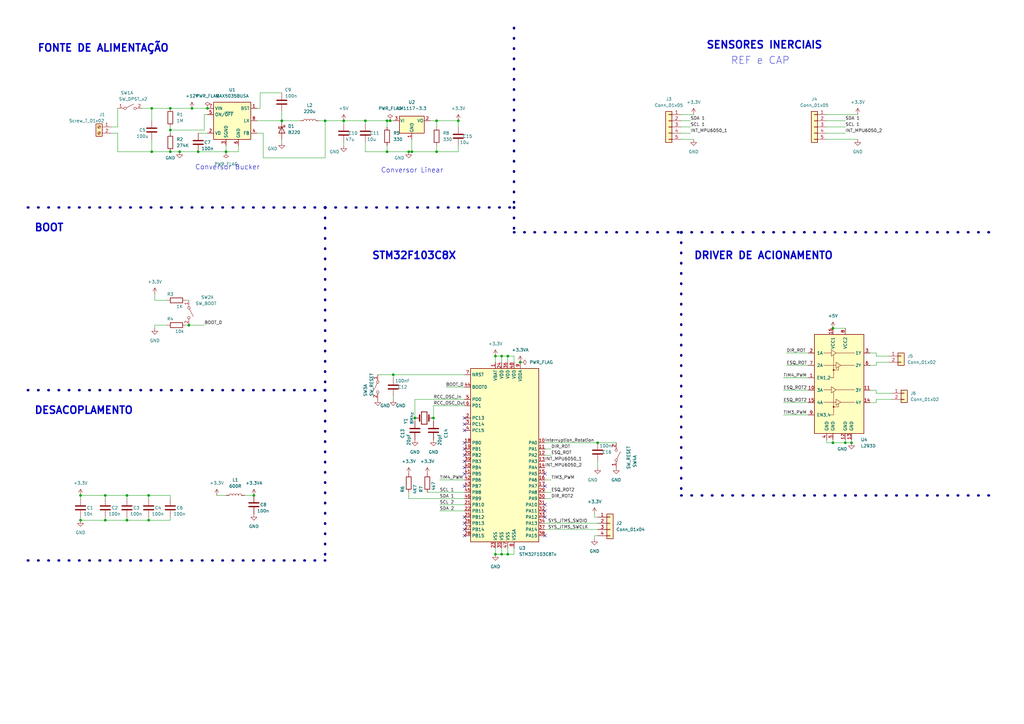
<source format=kicad_sch>
(kicad_sch (version 20211123) (generator eeschema)
  (paper "A3")
  (title_block (title "Embarcado com sensor inercial") (date "29/07") (rev "V1.1"))
  (lib_symbols
    (symbol "Connector:Screw_Terminal_01x02" (pin_names (offset 1.016) hide)
      (property "Reference" "J" (at 0 2.54 0))
      (property "Value" "Screw_Terminal_01x02" (at 0 -5.08 0))
      (symbol "Screw_Terminal_01x02_1_1"
        (rectangle (start -1.27 1.27) (end 1.27 -3.81) (stroke (width 0.254)) (fill (type background)))
        (circle (center 0 -2.54) (radius 0.635) (stroke (width 0.1524)))
        (polyline (pts (xy -0.5334 -2.2098) (xy 0.3302 -3.048)) (stroke (width 0.1524)))
        (polyline (pts (xy -0.5334 0.3302) (xy 0.3302 -0.508)) (stroke (width 0.1524)))
        (polyline (pts (xy -0.3556 -2.032) (xy 0.508 -2.8702)) (stroke (width 0.1524)))
        (polyline (pts (xy -0.3556 0.508) (xy 0.508 -0.3302)) (stroke (width 0.1524)))
        (circle (center 0 0) (radius 0.635) (stroke (width 0.1524)))
        (pin passive line (at -5.08 0 0) (length 3.81) (name "Pin_1") (number "1"))
        (pin passive line (at -5.08 -2.54 0) (length 3.81) (name "Pin_2") (number "2"))
      )
    )
    (symbol "Connector_Generic:Conn_01x02" (pin_names (offset 1.016) hide)
      (property "Reference" "J" (at 0 2.54 0))
      (property "Value" "Conn_01x02" (at 0 -5.08 0))
      (symbol "Conn_01x02_1_1"
        (rectangle (start -1.27 -2.413) (end 0 -2.667) (stroke (width 0.1524)))
        (rectangle (start -1.27 0.127) (end 0 -0.127) (stroke (width 0.1524)))
        (rectangle (start -1.27 1.27) (end 1.27 -3.81) (stroke (width 0.254)) (fill (type background)))
        (pin passive line (at -5.08 0 0) (length 3.81) (name "Pin_1") (number "1"))
        (pin passive line (at -5.08 -2.54 0) (length 3.81) (name "Pin_2") (number "2"))
      )
    )
    (symbol "Connector_Generic:Conn_01x04" (pin_names (offset 1.016) hide)
      (property "Reference" "J" (at 0 5.08 0))
      (property "Value" "Conn_01x04" (at 0 -7.62 0))
      (symbol "Conn_01x04_1_1"
        (rectangle (start -1.27 -4.953) (end 0 -5.207) (stroke (width 0.1524)))
        (rectangle (start -1.27 -2.413) (end 0 -2.667) (stroke (width 0.1524)))
        (rectangle (start -1.27 0.127) (end 0 -0.127) (stroke (width 0.1524)))
        (rectangle (start -1.27 2.667) (end 0 2.413) (stroke (width 0.1524)))
        (rectangle (start -1.27 3.81) (end 1.27 -6.35) (stroke (width 0.254)) (fill (type background)))
        (pin passive line (at -5.08 2.54 0) (length 3.81) (name "Pin_1") (number "1"))
        (pin passive line (at -5.08 0 0) (length 3.81) (name "Pin_2") (number "2"))
        (pin passive line (at -5.08 -2.54 0) (length 3.81) (name "Pin_3") (number "3"))
        (pin passive line (at -5.08 -5.08 0) (length 3.81) (name "Pin_4") (number "4"))
      )
    )
    (symbol "Connector_Generic:Conn_01x05" (pin_names (offset 1.016) hide)
      (property "Reference" "J" (at 0 7.62 0))
      (property "Value" "Conn_01x05" (at 0 -7.62 0))
      (symbol "Conn_01x05_1_1"
        (rectangle (start -1.27 -4.953) (end 0 -5.207) (stroke (width 0.1524)))
        (rectangle (start -1.27 -2.413) (end 0 -2.667) (stroke (width 0.1524)))
        (rectangle (start -1.27 0.127) (end 0 -0.127) (stroke (width 0.1524)))
        (rectangle (start -1.27 2.667) (end 0 2.413) (stroke (width 0.1524)))
        (rectangle (start -1.27 5.207) (end 0 4.953) (stroke (width 0.1524)))
        (rectangle (start -1.27 6.35) (end 1.27 -6.35) (stroke (width 0.254)) (fill (type background)))
        (pin passive line (at -5.08 5.08 0) (length 3.81) (name "Pin_1") (number "1"))
        (pin passive line (at -5.08 2.54 0) (length 3.81) (name "Pin_2") (number "2"))
        (pin passive line (at -5.08 0 0) (length 3.81) (name "Pin_3") (number "3"))
        (pin passive line (at -5.08 -2.54 0) (length 3.81) (name "Pin_4") (number "4"))
        (pin passive line (at -5.08 -5.08 0) (length 3.81) (name "Pin_5") (number "5"))
      )
    )
    (symbol "Device:C" (pin_numbers hide) (pin_names (offset 0.254))
      (property "Reference" "C" (at 0.635 2.54 0))
      (property "Value" "C" (at 0.635 -2.54 0))
      (symbol "C_0_1"
        (polyline (pts (xy -2.032 -0.762) (xy 2.032 -0.762)) (stroke (width 0.508)))
        (polyline (pts (xy -2.032 0.762) (xy 2.032 0.762)) (stroke (width 0.508)))
      )
      (symbol "C_1_1"
        (pin passive line (at 0 3.81 270) (length 2.794) (name "~") (number "1"))
        (pin passive line (at 0 -3.81 90) (length 2.794) (name "~") (number "2"))
      )
    )
    (symbol "Device:Crystal" (pin_numbers hide) (pin_names (offset 1.016) hide)
      (property "Reference" "Y" (at 0 3.81 0))
      (property "Value" "Crystal" (at 0 -3.81 0))
      (symbol "Crystal_0_1"
        (rectangle (start -1.143 2.54) (end 1.143 -2.54) (stroke (width 0.3048)))
        (polyline (pts (xy -2.54 0) (xy -1.905 0)))
        (polyline (pts (xy -1.905 -1.27) (xy -1.905 1.27)) (stroke (width 0.508)))
        (polyline (pts (xy 1.905 -1.27) (xy 1.905 1.27)) (stroke (width 0.508)))
        (polyline (pts (xy 2.54 0) (xy 1.905 0)))
      )
      (symbol "Crystal_1_1"
        (pin passive line (at -3.81 0 0) (length 1.27) (name "1") (number "1"))
        (pin passive line (at 3.81 0 180) (length 1.27) (name "2") (number "2"))
      )
    )
    (symbol "Device:L" (pin_numbers hide) (pin_names (offset 1.016) hide)
      (property "Reference" "L" (at -1.27 0 90))
      (property "Value" "L" (at 1.905 0 90))
      (symbol "L_0_1"
        (arc (start 0 -2.54) (mid 0.635 -1.905) (end 0 -1.27))
        (arc (start 0 -1.27) (mid 0.635 -0.635) (end 0 0))
        (arc (start 0 0) (mid 0.635 0.635) (end 0 1.27))
        (arc (start 0 1.27) (mid 0.635 1.905) (end 0 2.54))
      )
      (symbol "L_1_1"
        (pin passive line (at 0 3.81 270) (length 1.27) (name "1") (number "1"))
        (pin passive line (at 0 -3.81 90) (length 1.27) (name "2") (number "2"))
      )
    )
    (symbol "Device:R" (pin_numbers hide) (pin_names (offset 0))
      (property "Reference" "R" (at 2.032 0 90))
      (property "Value" "R" (at 0 0 90))
      (symbol "R_0_1"
        (rectangle (start -1.016 -2.54) (end 1.016 2.54) (stroke (width 0.254)))
      )
      (symbol "R_1_1"
        (pin passive line (at 0 3.81 270) (length 1.27) (name "~") (number "1"))
        (pin passive line (at 0 -3.81 90) (length 1.27) (name "~") (number "2"))
      )
    )
    (symbol "Diode:B220" (pin_numbers hide) (pin_names (offset 1.016) hide)
      (property "Reference" "D" (at 0 2.54 0))
      (property "Value" "B220" (at 0 -2.54 0))
      (symbol "B220_0_1"
        (polyline (pts (xy 1.27 0) (xy -1.27 0)))
        (polyline (pts (xy 1.27 1.27) (xy 1.27 -1.27) (xy -1.27 0) (xy 1.27 1.27)) (stroke (width 0.254)))
        (polyline (pts (xy -1.905 0.635) (xy -1.905 1.27) (xy -1.27 1.27) (xy -1.27 -1.27) (xy -0.635 -1.27) (xy -0.635 -0.635)) (stroke (width 0.254)))
      )
      (symbol "B220_1_1"
        (pin passive line (at -3.81 0 0) (length 2.54) (name "K") (number "1"))
        (pin passive line (at 3.81 0 180) (length 2.54) (name "A") (number "2"))
      )
    )
    (symbol "Driver_Motor:L293D" (pin_names (offset 1.016))
      (property "Reference" "U" (at -5.08 26.035 0))
      (property "Value" "L293D" (at -5.08 24.13 0))
      (symbol "L293D_0_1"
        (rectangle (start -10.16 22.86) (end 10.16 -17.78) (stroke (width 0.254)) (fill (type background)))
        (circle (center -2.286 -6.858) (radius 0.254) (fill (type outline)))
        (circle (center -2.286 8.255) (radius 0.254) (fill (type outline)))
        (polyline (pts (xy -6.35 -4.953) (xy -1.27 -4.953)))
        (polyline (pts (xy -6.35 0.127) (xy -3.175 0.127)))
        (polyline (pts (xy -6.35 10.16) (xy -1.27 10.16)))
        (polyline (pts (xy -6.35 15.24) (xy -3.175 15.24)))
        (polyline (pts (xy -1.27 0.127) (xy 6.35 0.127)))
        (polyline (pts (xy -1.27 15.24) (xy 6.35 15.24)))
        (polyline (pts (xy 0.635 -4.953) (xy 6.35 -4.953)))
        (polyline (pts (xy 0.635 10.16) (xy 6.35 10.16)))
        (polyline (pts (xy -2.286 -6.858) (xy -0.254 -6.858) (xy -0.254 -5.588)))
        (polyline (pts (xy -2.286 -0.635) (xy -2.286 -10.16) (xy -3.556 -10.16)))
        (polyline (pts (xy -2.286 8.255) (xy -0.254 8.255) (xy -0.254 9.525)))
        (polyline (pts (xy -2.286 14.478) (xy -2.286 5.08) (xy -3.556 5.08)))
        (polyline (pts (xy -3.175 1.397) (xy -3.175 -1.143) (xy -1.27 0.127) (xy -3.175 1.397)))
        (polyline (pts (xy -3.175 16.51) (xy -3.175 13.97) (xy -1.27 15.24) (xy -3.175 16.51)))
        (polyline (pts (xy -1.27 -3.683) (xy -1.27 -6.223) (xy 0.635 -4.953) (xy -1.27 -3.683)))
        (polyline (pts (xy -1.27 11.43) (xy -1.27 8.89) (xy 0.635 10.16) (xy -1.27 11.43)))
      )
      (symbol "L293D_1_1"
        (pin input line (at -12.7 5.08 0) (length 2.54) (name "EN1,2") (number "1"))
        (pin input line (at -12.7 0 0) (length 2.54) (name "3A") (number "10"))
        (pin output line (at 12.7 0 180) (length 2.54) (name "3Y") (number "11"))
        (pin power_in line (at 2.54 -20.32 90) (length 2.54) (name "GND") (number "12"))
        (pin power_in line (at 5.08 -20.32 90) (length 2.54) (name "GND") (number "13"))
        (pin output line (at 12.7 -5.08 180) (length 2.54) (name "4Y") (number "14"))
        (pin input line (at -12.7 -5.08 0) (length 2.54) (name "4A") (number "15"))
        (pin power_in line (at -2.54 25.4 270) (length 2.54) (name "VCC1") (number "16"))
        (pin input line (at -12.7 15.24 0) (length 2.54) (name "1A") (number "2"))
        (pin output line (at 12.7 15.24 180) (length 2.54) (name "1Y") (number "3"))
        (pin power_in line (at -5.08 -20.32 90) (length 2.54) (name "GND") (number "4"))
        (pin power_in line (at -2.54 -20.32 90) (length 2.54) (name "GND") (number "5"))
        (pin output line (at 12.7 10.16 180) (length 2.54) (name "2Y") (number "6"))
        (pin input line (at -12.7 10.16 0) (length 2.54) (name "2A") (number "7"))
        (pin power_in line (at 2.54 25.4 270) (length 2.54) (name "VCC2") (number "8"))
        (pin input line (at -12.7 -10.16 0) (length 2.54) (name "EN3,4") (number "9"))
      )
    )
    (symbol "MCU_ST_STM32F1:STM32F103C8Tx"
      (property "Reference" "U" (at -15.24 36.83 0))
      (property "Value" "STM32F103C8Tx" (at 7.62 36.83 0))
      (symbol "STM32F103C8Tx_0_1"
        (rectangle (start -15.24 -35.56) (end 12.7 35.56) (stroke (width 0.254)) (fill (type background)))
      )
      (symbol "STM32F103C8Tx_1_1"
        (pin power_in line (at -5.08 38.1 270) (length 2.54) (name "VBAT") (number "1"))
        (pin bidirectional line (at 15.24 5.08 180) (length 2.54) (name "PA0") (number "10"))
        (pin bidirectional line (at 15.24 2.54 180) (length 2.54) (name "PA1") (number "11"))
        (pin bidirectional line (at 15.24 0 180) (length 2.54) (name "PA2") (number "12"))
        (pin bidirectional line (at 15.24 -2.54 180) (length 2.54) (name "PA3") (number "13"))
        (pin bidirectional line (at 15.24 -5.08 180) (length 2.54) (name "PA4") (number "14"))
        (pin bidirectional line (at 15.24 -7.62 180) (length 2.54) (name "PA5") (number "15"))
        (pin bidirectional line (at 15.24 -10.16 180) (length 2.54) (name "PA6") (number "16"))
        (pin bidirectional line (at 15.24 -12.7 180) (length 2.54) (name "PA7") (number "17"))
        (pin bidirectional line (at -17.78 5.08 0) (length 2.54) (name "PB0") (number "18"))
        (pin bidirectional line (at -17.78 2.54 0) (length 2.54) (name "PB1") (number "19"))
        (pin bidirectional line (at -17.78 15.24 0) (length 2.54) (name "PC13") (number "2"))
        (pin bidirectional line (at -17.78 0 0) (length 2.54) (name "PB2") (number "20"))
        (pin bidirectional line (at -17.78 -20.32 0) (length 2.54) (name "PB10") (number "21"))
        (pin bidirectional line (at -17.78 -22.86 0) (length 2.54) (name "PB11") (number "22"))
        (pin power_in line (at -5.08 -38.1 90) (length 2.54) (name "VSS") (number "23"))
        (pin power_in line (at -2.54 38.1 270) (length 2.54) (name "VDD") (number "24"))
        (pin bidirectional line (at -17.78 -25.4 0) (length 2.54) (name "PB12") (number "25"))
        (pin bidirectional line (at -17.78 -27.94 0) (length 2.54) (name "PB13") (number "26"))
        (pin bidirectional line (at -17.78 -30.48 0) (length 2.54) (name "PB14") (number "27"))
        (pin bidirectional line (at -17.78 -33.02 0) (length 2.54) (name "PB15") (number "28"))
        (pin bidirectional line (at 15.24 -15.24 180) (length 2.54) (name "PA8") (number "29"))
        (pin bidirectional line (at -17.78 12.7 0) (length 2.54) (name "PC14") (number "3"))
        (pin bidirectional line (at 15.24 -17.78 180) (length 2.54) (name "PA9") (number "30"))
        (pin bidirectional line (at 15.24 -20.32 180) (length 2.54) (name "PA10") (number "31"))
        (pin bidirectional line (at 15.24 -22.86 180) (length 2.54) (name "PA11") (number "32"))
        (pin bidirectional line (at 15.24 -25.4 180) (length 2.54) (name "PA12") (number "33"))
        (pin bidirectional line (at 15.24 -27.94 180) (length 2.54) (name "PA13") (number "34"))
        (pin power_in line (at -2.54 -38.1 90) (length 2.54) (name "VSS") (number "35"))
        (pin power_in line (at 0 38.1 270) (length 2.54) (name "VDD") (number "36"))
        (pin bidirectional line (at 15.24 -30.48 180) (length 2.54) (name "PA14") (number "37"))
        (pin bidirectional line (at 15.24 -33.02 180) (length 2.54) (name "PA15") (number "38"))
        (pin bidirectional line (at -17.78 -2.54 0) (length 2.54) (name "PB3") (number "39"))
        (pin bidirectional line (at -17.78 10.16 0) (length 2.54) (name "PC15") (number "4"))
        (pin bidirectional line (at -17.78 -5.08 0) (length 2.54) (name "PB4") (number "40"))
        (pin bidirectional line (at -17.78 -7.62 0) (length 2.54) (name "PB5") (number "41"))
        (pin bidirectional line (at -17.78 -10.16 0) (length 2.54) (name "PB6") (number "42"))
        (pin bidirectional line (at -17.78 -12.7 0) (length 2.54) (name "PB7") (number "43"))
        (pin input line (at -17.78 27.94 0) (length 2.54) (name "BOOT0") (number "44"))
        (pin bidirectional line (at -17.78 -15.24 0) (length 2.54) (name "PB8") (number "45"))
        (pin bidirectional line (at -17.78 -17.78 0) (length 2.54) (name "PB9") (number "46"))
        (pin power_in line (at 0 -38.1 90) (length 2.54) (name "VSS") (number "47"))
        (pin power_in line (at 2.54 38.1 270) (length 2.54) (name "VDD") (number "48"))
        (pin input line (at -17.78 22.86 0) (length 2.54) (name "PD0") (number "5"))
        (pin input line (at -17.78 20.32 0) (length 2.54) (name "PD1") (number "6"))
        (pin input line (at -17.78 33.02 0) (length 2.54) (name "NRST") (number "7"))
        (pin power_in line (at 2.54 -38.1 90) (length 2.54) (name "VSSA") (number "8"))
        (pin power_in line (at 5.08 38.1 270) (length 2.54) (name "VDDA") (number "9"))
      )
    )
    (symbol "Regulator_Linear:LM1117-3.3" (pin_names (offset 0.254))
      (property "Reference" "U" (at -3.81 3.175 0))
      (property "Value" "LM1117-3.3" (at 0 3.175 0))
      (symbol "LM1117-3.3_0_1"
        (rectangle (start -5.08 -5.08) (end 5.08 1.905) (stroke (width 0.254)) (fill (type background)))
      )
      (symbol "LM1117-3.3_1_1"
        (pin power_in line (at 0 -7.62 90) (length 2.54) (name "GND") (number "1"))
        (pin power_out line (at 7.62 0 180) (length 2.54) (name "VO") (number "2"))
        (pin power_in line (at -7.62 0 0) (length 2.54) (name "VI") (number "3"))
      )
    )
    (symbol "Regulator_Switching:MAX5035BUSA"
      (property "Reference" "U" (at -7.62 8.89 0))
      (property "Value" "MAX5035BUSA" (at -2.54 8.89 0))
      (symbol "MAX5035BUSA_0_1"
        (rectangle (start -7.62 7.62) (end 7.62 -7.62) (stroke (width 0.254)) (fill (type background)))
      )
      (symbol "MAX5035BUSA_1_1"
        (pin passive line (at 10.16 5.08 180) (length 2.54) (name "BST") (number "1"))
        (pin passive line (at -10.16 -5.08 0) (length 2.54) (name "VD") (number "2"))
        (pin power_in line (at -2.54 -10.16 90) (length 2.54) (name "SGND") (number "3"))
        (pin input line (at 10.16 -5.08 180) (length 2.54) (name "FB") (number "4"))
        (pin input line (at -10.16 2.54 0) (length 2.54) (name "ON/~{OFF}") (number "5"))
        (pin power_in line (at 2.54 -10.16 90) (length 2.54) (name "GND") (number "6"))
        (pin power_in line (at -10.16 5.08 0) (length 2.54) (name "VIN") (number "7"))
        (pin output line (at 10.16 0 180) (length 2.54) (name "LX") (number "8"))
      )
    )
    (symbol "Switch:SW_DPST_x2" (pin_names (offset 0) hide)
      (property "Reference" "SW" (at 0 3.175 0))
      (property "Value" "SW_DPST_x2" (at 0 -2.54 0))
      (symbol "SW_DPST_x2_0_0"
        (circle (center -2.032 0) (radius 0.508))
        (polyline (pts (xy -1.524 0.254) (xy 1.524 1.778)))
        (circle (center 2.032 0) (radius 0.508))
      )
      (symbol "SW_DPST_x2_1_1"
        (pin passive line (at -5.08 0 0) (length 2.54) (name "A") (number "1"))
        (pin passive line (at 5.08 0 180) (length 2.54) (name "B") (number "2"))
      )
      (symbol "SW_DPST_x2_2_1"
        (pin passive line (at -5.08 0 0) (length 2.54) (name "A") (number "3"))
        (pin passive line (at 5.08 0 180) (length 2.54) (name "B") (number "4"))
      )
    )
    (symbol "power:+12V" (power) (pin_names (offset 0))
      (property "Value" "+12V" (at 0 3.556 0))
      (symbol "+12V_0_1"
        (polyline (pts (xy -0.762 1.27) (xy 0 2.54)))
        (polyline (pts (xy 0 0) (xy 0 2.54)))
        (polyline (pts (xy 0 2.54) (xy 0.762 1.27)))
      )
      (symbol "+12V_1_1"
        (pin power_in line (at 0 0 90) (length 0) hide (name "+12V") (number "1"))
      )
    )
    (symbol "power:+3.3V" (power) (pin_names (offset 0))
      (property "Value" "+3.3V" (at 0 3.556 0))
      (symbol "+3.3V_0_1"
        (polyline (pts (xy -0.762 1.27) (xy 0 2.54)))
        (polyline (pts (xy 0 0) (xy 0 2.54)))
        (polyline (pts (xy 0 2.54) (xy 0.762 1.27)))
      )
      (symbol "+3.3V_1_1"
        (pin power_in line (at 0 0 90) (length 0) hide (name "+3.3V") (number "1"))
      )
    )
    (symbol "power:+3.3VA" (power) (pin_names (offset 0))
      (property "Value" "+3.3VA" (at 0 3.556 0))
      (symbol "+3.3VA_0_1"
        (polyline (pts (xy -0.762 1.27) (xy 0 2.54)))
        (polyline (pts (xy 0 0) (xy 0 2.54)))
        (polyline (pts (xy 0 2.54) (xy 0.762 1.27)))
      )
      (symbol "+3.3VA_1_1"
        (pin power_in line (at 0 0 90) (length 0) hide (name "+3.3VA") (number "1"))
      )
    )
    (symbol "power:+5V" (power) (pin_names (offset 0))
      (property "Value" "+5V" (at 0 3.556 0))
      (symbol "+5V_0_1"
        (polyline (pts (xy -0.762 1.27) (xy 0 2.54)))
        (polyline (pts (xy 0 0) (xy 0 2.54)))
        (polyline (pts (xy 0 2.54) (xy 0.762 1.27)))
      )
      (symbol "+5V_1_1"
        (pin power_in line (at 0 0 90) (length 0) hide (name "+5V") (number "1"))
      )
    )
    (symbol "power:GND" (power) (pin_names (offset 0))
      (property "Value" "GND" (at 0 -3.81 0))
      (symbol "GND_0_1"
        (polyline (pts (xy 0 0) (xy 0 -1.27) (xy 1.27 -1.27) (xy 0 -2.54) (xy -1.27 -1.27) (xy 0 -1.27)))
      )
      (symbol "GND_1_1"
        (pin power_in line (at 0 0 270) (length 0) hide (name "GND") (number "1"))
      )
    )
    (symbol "power:PWR_FLAG" (power) (pin_numbers hide) (pin_names (offset 0) hide)
      (property "Value" "PWR_FLAG" (at 0 3.81 0))
      (symbol "PWR_FLAG_0_0"
        (pin power_out line (at 0 0 90) (length 0) (name "pwr") (number "1"))
      )
      (symbol "PWR_FLAG_0_1"
        (polyline (pts (xy 0 0) (xy 0 1.27) (xy -1.016 1.905) (xy 0 2.54) (xy 1.016 1.905) (xy 0 1.27)))
      )
    )
  )
  (junction (at 60.96 203.2))
  (junction (at 69.85 62.23))
  (junction (at 205.74 227.33))
  (junction (at 170.18 171.45))
  (junction (at 62.23 62.23))
  (junction (at 158.75 62.23))
  (junction (at 341.63 134.62))
  (junction (at 69.85 44.45))
  (junction (at 52.07 203.2))
  (junction (at 177.8 171.45))
  (junction (at 179.07 62.23))
  (junction (at 349.25 181.61))
  (junction (at 104.14 203.2))
  (junction (at 81.28 62.23))
  (junction (at 179.07 49.53))
  (junction (at 92.71 62.23))
  (junction (at 85.09 44.45))
  (junction (at 43.18 203.2))
  (junction (at 213.36 148.59))
  (junction (at 33.02 203.2))
  (junction (at 149.86 49.53))
  (junction (at 43.18 213.36))
  (junction (at 208.28 146.05))
  (junction (at 133.35 160.02))
  (junction (at 187.96 49.53))
  (junction (at 62.23 44.45))
  (junction (at 158.75 49.53))
  (junction (at 167.64 62.23))
  (junction (at 60.96 213.36))
  (junction (at 160.02 49.53))
  (junction (at 73.66 62.23))
  (junction (at 341.63 181.61))
  (junction (at 115.57 49.53))
  (junction (at 78.74 44.45))
  (junction (at 168.91 62.23))
  (junction (at 140.97 49.53))
  (junction (at 69.85 53.34))
  (junction (at 77.47 133.35))
  (junction (at 133.35 85.09))
  (junction (at 205.74 146.05))
  (junction (at 203.2 227.33))
  (junction (at 346.71 181.61))
  (junction (at 33.02 213.36))
  (junction (at 210.82 85.09))
  (junction (at 161.29 153.67))
  (junction (at 52.07 213.36))
  (junction (at 208.28 227.33))
  (junction (at 133.35 49.53))
  (junction (at 245.11 181.61))
  (junction (at 203.2 146.05))
  (junction (at 279.4 95.25))
  (no_connect (at 190.5 171.45))
  (no_connect (at 190.5 173.99))
  (no_connect (at 190.5 176.53))
  (no_connect (at 190.5 181.61))
  (no_connect (at 190.5 184.15))
  (no_connect (at 190.5 189.23))
  (no_connect (at 190.5 191.77))
  (no_connect (at 190.5 194.31))
  (no_connect (at 190.5 186.69))
  (no_connect (at 190.5 199.39))
  (no_connect (at 190.5 212.09))
  (no_connect (at 190.5 214.63))
  (no_connect (at 190.5 217.17))
  (no_connect (at 190.5 219.71))
  (no_connect (at 223.52 219.71))
  (no_connect (at 223.52 212.09))
  (no_connect (at 223.52 209.55))
  (no_connect (at 223.52 207.01))
  (no_connect (at 223.52 199.39))
  (no_connect (at 223.52 194.31))
  (wire (pts (xy 190.5 163.83) (xy 170.18 163.83)))
  (wire (pts (xy 48.26 62.23) (xy 48.26 54.61)))
  (wire (pts (xy 140.97 58.42) (xy 140.97 59.69)))
  (wire (pts (xy 168.91 62.23) (xy 168.91 57.15)))
  (wire (pts (xy 158.75 49.53) (xy 160.02 49.53)))
  (wire (pts (xy 43.18 212.09) (xy 43.18 213.36)))
  (wire (pts (xy 359.41 148.59) (xy 364.49 148.59)))
  (wire (pts (xy 149.86 58.42) (xy 149.86 62.23)))
  (wire (pts (xy 33.02 203.2) (xy 43.18 203.2)))
  (wire (pts (xy 77.47 133.35) (xy 83.82 133.35)))
  (wire (pts (xy 33.02 213.36) (xy 33.02 212.09)))
  (wire (pts (xy 105.41 54.61) (xy 107.95 54.61)))
  (wire (pts (xy 149.86 50.8) (xy 149.86 49.53)))
  (wire (pts (xy 149.86 49.53) (xy 140.97 49.53)))
  (wire (pts (xy 349.25 181.61) (xy 349.25 180.34)))
  (wire (pts (xy 226.06 196.85) (xy 223.52 196.85)))
  (wire (pts (xy 210.82 146.05) (xy 210.82 148.59)))
  (bus (pts (xy 279.4 95.25) (xy 279.4 203.2)) (stroke (width 1) (type dot)))
  (wire (pts (xy 182.88 158.75) (xy 190.5 158.75)))
  (wire (pts (xy 356.87 165.1) (xy 359.41 165.1)))
  (wire (pts (xy 48.26 44.45) (xy 48.26 52.07)))
  (wire (pts (xy 339.09 181.61) (xy 339.09 180.34)))
  (bus (pts (xy 210.82 95.25) (xy 279.4 95.25)) (stroke (width 1) (type dot)))
  (wire (pts (xy 77.47 133.35) (xy 76.2 133.35)))
  (wire (pts (xy 69.85 44.45) (xy 78.74 44.45)))
  (wire (pts (xy 243.84 219.71) (xy 245.11 219.71)))
  (wire (pts (xy 130.81 49.53) (xy 133.35 49.53)))
  (wire (pts (xy 52.07 213.36) (xy 52.07 212.09)))
  (wire (pts (xy 176.53 49.53) (xy 179.07 49.53)))
  (wire (pts (xy 205.74 146.05) (xy 208.28 146.05)))
  (wire (pts (xy 351.79 57.15) (xy 339.09 57.15)))
  (wire (pts (xy 226.06 204.47) (xy 223.52 204.47)))
  (wire (pts (xy 175.26 201.93) (xy 190.5 201.93)))
  (wire (pts (xy 226.06 184.15) (xy 223.52 184.15)))
  (wire (pts (xy 43.18 203.2) (xy 43.18 204.47)))
  (wire (pts (xy 81.28 54.61) (xy 85.09 54.61)))
  (wire (pts (xy 359.41 161.29) (xy 365.76 161.29)))
  (wire (pts (xy 179.07 49.53) (xy 179.07 52.07)))
  (wire (pts (xy 346.71 181.61) (xy 346.71 180.34)))
  (wire (pts (xy 359.41 149.86) (xy 359.41 148.59)))
  (wire (pts (xy 160.02 49.53) (xy 161.29 49.53)))
  (wire (pts (xy 83.82 46.99) (xy 83.82 53.34)))
  (wire (pts (xy 208.28 227.33) (xy 208.28 224.79)))
  (wire (pts (xy 187.96 62.23) (xy 179.07 62.23)))
  (wire (pts (xy 52.07 213.36) (xy 60.96 213.36)))
  (wire (pts (xy 177.8 166.37) (xy 177.8 171.45)))
  (wire (pts (xy 158.75 62.23) (xy 167.64 62.23)))
  (wire (pts (xy 321.31 165.1) (xy 331.47 165.1)))
  (wire (pts (xy 73.66 62.23) (xy 81.28 62.23)))
  (wire (pts (xy 52.07 203.2) (xy 60.96 203.2)))
  (wire (pts (xy 69.85 52.07) (xy 69.85 53.34)))
  (wire (pts (xy 341.63 134.62) (xy 346.71 134.62)))
  (wire (pts (xy 180.34 209.55) (xy 190.5 209.55)))
  (wire (pts (xy 245.11 191.77) (xy 245.11 189.23)))
  (wire (pts (xy 69.85 213.36) (xy 69.85 212.09)))
  (wire (pts (xy 187.96 49.53) (xy 179.07 49.53)))
  (wire (pts (xy 69.85 203.2) (xy 69.85 204.47)))
  (wire (pts (xy 33.02 203.2) (xy 33.02 204.47)))
  (wire (pts (xy 62.23 44.45) (xy 62.23 49.53)))
  (wire (pts (xy 346.71 49.53) (xy 339.09 49.53)))
  (wire (pts (xy 43.18 213.36) (xy 52.07 213.36)))
  (wire (pts (xy 203.2 146.05) (xy 203.2 148.59)))
  (wire (pts (xy 203.2 227.33) (xy 203.2 224.79)))
  (bus (pts (xy 210.82 85.09) (xy 210.82 95.25)) (stroke (width 1) (type dot)))
  (wire (pts (xy 359.41 144.78) (xy 356.87 144.78)))
  (wire (pts (xy 170.18 172.72) (xy 170.18 171.45)))
  (wire (pts (xy 167.64 201.93) (xy 167.64 204.47)))
  (wire (pts (xy 223.52 214.63) (xy 245.11 214.63)))
  (wire (pts (xy 359.41 146.05) (xy 364.49 146.05)))
  (wire (pts (xy 158.75 52.07) (xy 158.75 49.53)))
  (wire (pts (xy 205.74 146.05) (xy 205.74 148.59)))
  (wire (pts (xy 69.85 62.23) (xy 73.66 62.23)))
  (wire (pts (xy 245.11 181.61) (xy 252.73 181.61)))
  (wire (pts (xy 106.68 38.1) (xy 115.57 38.1)))
  (wire (pts (xy 63.5 134.62) (xy 63.5 133.35)))
  (wire (pts (xy 106.68 44.45) (xy 106.68 38.1)))
  (wire (pts (xy 92.71 59.69) (xy 92.71 62.23)))
  (wire (pts (xy 321.31 160.02) (xy 331.47 160.02)))
  (wire (pts (xy 179.07 62.23) (xy 168.91 62.23)))
  (wire (pts (xy 177.8 172.72) (xy 177.8 171.45)))
  (wire (pts (xy 210.82 227.33) (xy 210.82 224.79)))
  (wire (pts (xy 359.41 144.78) (xy 359.41 146.05)))
  (wire (pts (xy 283.21 49.53) (xy 279.4 49.53)))
  (wire (pts (xy 62.23 57.15) (xy 62.23 62.23)))
  (wire (pts (xy 105.41 49.53) (xy 115.57 49.53)))
  (bus (pts (xy 11.43 160.02) (xy 133.35 160.02)) (stroke (width 1) (type dot)))
  (wire (pts (xy 226.06 201.93) (xy 223.52 201.93)))
  (wire (pts (xy 92.71 62.23) (xy 81.28 62.23)))
  (wire (pts (xy 60.96 203.2) (xy 60.96 204.47)))
  (wire (pts (xy 63.5 133.35) (xy 68.58 133.35)))
  (bus (pts (xy 133.35 85.09) (xy 133.35 160.02)) (stroke (width 1) (type dot)))
  (wire (pts (xy 154.94 153.67) (xy 161.29 153.67)))
  (wire (pts (xy 158.75 59.69) (xy 158.75 62.23)))
  (wire (pts (xy 205.74 227.33) (xy 208.28 227.33)))
  (wire (pts (xy 97.79 62.23) (xy 92.71 62.23)))
  (wire (pts (xy 205.74 227.33) (xy 205.74 224.79)))
  (wire (pts (xy 133.35 49.53) (xy 140.97 49.53)))
  (wire (pts (xy 341.63 181.61) (xy 341.63 180.34)))
  (wire (pts (xy 208.28 146.05) (xy 208.28 148.59)))
  (wire (pts (xy 115.57 49.53) (xy 123.19 49.53)))
  (wire (pts (xy 107.95 54.61) (xy 107.95 64.77)))
  (wire (pts (xy 149.86 49.53) (xy 158.75 49.53)))
  (wire (pts (xy 97.79 59.69) (xy 97.79 62.23)))
  (wire (pts (xy 78.74 44.45) (xy 85.09 44.45)))
  (wire (pts (xy 63.5 123.19) (xy 63.5 120.65)))
  (wire (pts (xy 52.07 203.2) (xy 52.07 204.47)))
  (wire (pts (xy 149.86 62.23) (xy 158.75 62.23)))
  (wire (pts (xy 179.07 59.69) (xy 179.07 62.23)))
  (wire (pts (xy 161.29 154.94) (xy 161.29 153.67)))
  (wire (pts (xy 359.41 160.02) (xy 359.41 161.29)))
  (wire (pts (xy 359.41 165.1) (xy 359.41 163.83)))
  (wire (pts (xy 243.84 212.09) (xy 245.11 212.09)))
  (wire (pts (xy 69.85 54.61) (xy 69.85 53.34)))
  (wire (pts (xy 190.5 166.37) (xy 177.8 166.37)))
  (wire (pts (xy 115.57 45.72) (xy 115.57 49.53)))
  (wire (pts (xy 349.25 181.61) (xy 346.71 181.61)))
  (wire (pts (xy 170.18 163.83) (xy 170.18 171.45)))
  (wire (pts (xy 180.34 207.01) (xy 190.5 207.01)))
  (wire (pts (xy 77.47 123.19) (xy 76.2 123.19)))
  (wire (pts (xy 60.96 203.2) (xy 69.85 203.2)))
  (wire (pts (xy 339.09 46.99) (xy 351.79 46.99)))
  (bus (pts (xy 133.35 160.02) (xy 133.35 229.87)) (stroke (width 1) (type dot)))
  (wire (pts (xy 208.28 227.33) (xy 210.82 227.33)))
  (wire (pts (xy 346.71 52.07) (xy 339.09 52.07)))
  (wire (pts (xy 187.96 59.69) (xy 187.96 62.23)))
  (wire (pts (xy 359.41 163.83) (xy 365.76 163.83)))
  (wire (pts (xy 62.23 62.23) (xy 69.85 62.23)))
  (wire (pts (xy 104.14 203.2) (xy 100.33 203.2)))
  (wire (pts (xy 226.06 186.69) (xy 223.52 186.69)))
  (wire (pts (xy 48.26 52.07) (xy 45.72 52.07)))
  (wire (pts (xy 58.42 44.45) (xy 62.23 44.45)))
  (wire (pts (xy 208.28 146.05) (xy 210.82 146.05)))
  (wire (pts (xy 83.82 53.34) (xy 69.85 53.34)))
  (wire (pts (xy 359.41 149.86) (xy 356.87 149.86)))
  (wire (pts (xy 283.21 54.61) (xy 279.4 54.61)))
  (wire (pts (xy 133.35 64.77) (xy 133.35 49.53)))
  (wire (pts (xy 346.71 54.61) (xy 339.09 54.61)))
  (bus (pts (xy 279.4 95.25) (xy 407.67 95.25)) (stroke (width 1) (type dot)))
  (wire (pts (xy 322.58 144.78) (xy 331.47 144.78)))
  (wire (pts (xy 48.26 62.23) (xy 62.23 62.23)))
  (wire (pts (xy 284.48 57.15) (xy 279.4 57.15)))
  (bus (pts (xy 11.43 229.87) (xy 133.35 229.87)) (stroke (width 1) (type dot)))
  (wire (pts (xy 203.2 146.05) (xy 205.74 146.05)))
  (wire (pts (xy 33.02 213.36) (xy 43.18 213.36)))
  (wire (pts (xy 346.71 181.61) (xy 341.63 181.61)))
  (wire (pts (xy 167.64 204.47) (xy 190.5 204.47)))
  (wire (pts (xy 243.84 220.98) (xy 243.84 219.71)))
  (wire (pts (xy 180.34 196.85) (xy 190.5 196.85)))
  (wire (pts (xy 243.84 210.82) (xy 243.84 212.09)))
  (wire (pts (xy 68.58 123.19) (xy 63.5 123.19)))
  (bus (pts (xy 11.43 85.09) (xy 133.35 85.09)) (stroke (width 1) (type dot)))
  (wire (pts (xy 167.64 62.23) (xy 168.91 62.23)))
  (wire (pts (xy 203.2 227.33) (xy 205.74 227.33)))
  (wire (pts (xy 321.31 170.18) (xy 331.47 170.18)))
  (wire (pts (xy 62.23 44.45) (xy 69.85 44.45)))
  (wire (pts (xy 187.96 52.07) (xy 187.96 49.53)))
  (wire (pts (xy 60.96 213.36) (xy 69.85 213.36)))
  (wire (pts (xy 279.4 46.99) (xy 284.48 46.99)))
  (wire (pts (xy 48.26 54.61) (xy 45.72 54.61)))
  (wire (pts (xy 85.09 46.99) (xy 83.82 46.99)))
  (bus (pts (xy 279.4 203.2) (xy 407.67 203.2)) (stroke (width 1) (type dot)))
  (bus (pts (xy 210.82 11.43) (xy 210.82 85.09)) (stroke (width 1) (type dot)))
  (wire (pts (xy 223.52 181.61) (xy 245.11 181.61)))
  (wire (pts (xy 223.52 217.17) (xy 245.11 217.17)))
  (wire (pts (xy 107.95 64.77) (xy 133.35 64.77)))
  (wire (pts (xy 60.96 213.36) (xy 60.96 212.09)))
  (wire (pts (xy 321.31 154.94) (xy 331.47 154.94)))
  (bus (pts (xy 133.35 85.09) (xy 210.82 85.09)) (stroke (width 1) (type dot)))
  (wire (pts (xy 88.9 203.2) (xy 92.71 203.2)))
  (wire (pts (xy 341.63 181.61) (xy 339.09 181.61)))
  (wire (pts (xy 356.87 160.02) (xy 359.41 160.02)))
  (wire (pts (xy 43.18 203.2) (xy 52.07 203.2)))
  (wire (pts (xy 105.41 44.45) (xy 106.68 44.45)))
  (wire (pts (xy 283.21 52.07) (xy 279.4 52.07)))
  (wire (pts (xy 322.58 149.86) (xy 331.47 149.86)))
  (wire (pts (xy 140.97 50.8) (xy 140.97 49.53)))
  (wire (pts (xy 161.29 162.56) (xy 161.29 163.83)))
  (wire (pts (xy 115.57 58.42) (xy 115.57 57.15)))
  (wire (pts (xy 161.29 153.67) (xy 190.5 153.67)))
  (text "SENSORES INERCIAIS\n" (at 289.56 20.32 0) (effects (font (size 3 3) bold) (justify left bottom)))
  (text "REF e CAP\n" (at 299.72 26.67 0) (effects (font (size 3 3)) (justify left bottom)))
  (text "BOOT\n" (at 13.97 95.25 0) (effects (font (size 3 3) bold) (justify left bottom)))
  (text "DESACOPLAMENTO\n" (at 13.97 170.18 0) (effects (font (size 3 3) bold) (justify left bottom)))
  (text "STM32F103C8X" (at 152.4 106.68 0) (effects (font (size 3 3) bold) (justify left bottom)))
  (text "Conversor Bucker" (at 80.01 69.85 0) (effects (font (size 2 2)) (justify left bottom)))
  (text "FONTE DE ALIMENTAÇÃO\n" (at 15.24 21.59 0) (effects (font (size 3 3) (thickness 0.6) bold) (justify left bottom)))
  (text "DRIVER DE ACIONAMENTO\n" (at 284.48 106.68 0) (effects (font (size 3 3) bold) (justify left bottom)))
  (text "Conversor Linear" (at 156.21 71.12 0) (effects (font (size 2 2)) (justify left bottom)))
  (label "RCC_OSC_Out" (at 177.8 166.37 0))
  (label "ESQ_ROT" (at 226.06 186.69 0))
  (label "TIM4_PWM" (at 321.31 154.94 0))
  (label "ESQ_ROT" (at 322.58 149.86 0))
  (label "Interruption_Rotation" (at 223.52 181.61 0))
  (label "SYS_JTMS_SWCLK" (at 224.79 217.17 0))
  (label "SCL 1" (at 346.71 52.07 0))
  (label "SCL 1" (at 283.21 52.07 0))
  (label "BOOT_0" (at 182.88 158.75 0))
  (label "ESQ_ROT2" (at 321.31 165.1 0))
  (label "DIR_ROT" (at 226.06 184.15 0))
  (label "DIR_ROT2" (at 226.06 204.47 0))
  (label "SDA 1" (at 180.34 204.47 0))
  (label "SDA 1" (at 283.21 49.53 0))
  (label "TIM3_PWM" (at 321.31 170.18 0))
  (label "INT_MPU6050_2" (at 223.52 191.77 0))
  (label "SDA 1" (at 346.71 49.53 0))
  (label "SYS_JTMS_SWDIO" (at 224.79 214.63 0))
  (label "DIR_ROT" (at 322.58 144.78 0))
  (label "ESQ_ROT2" (at 321.31 160.02 0))
  (label "SDA 2" (at 180.34 209.55 0))
  (label "ESQ_ROT2" (at 226.06 201.93 0))
  (label "INT_MPU6050_1" (at 223.52 189.23 0))
  (label "SCL 2" (at 180.34 207.01 0))
  (label "INT_MPU6050_2" (at 346.71 54.61 0))
  (label "TIM4_PWM" (at 180.34 196.85 0))
  (label "RCC_OSC_In " (at 177.8 163.83 0))
  (label "SCL 1" (at 180.34 201.93 0))
  (label "INT_MPU6050_1" (at 283.21 54.61 0))
  (label "BOOT_0" (at 83.82 133.35 0))
  (label "TIM3_PWM" (at 226.06 196.85 0))
  (symbol (lib_id "Device:R") (at 175.26 198.12 180) (unit 1)
    (property "Reference" "R7" (at 172.72 200.66 90))
    (property "Value" "4k7" (at 177.8 199.39 90))
    (property "Footprint" "Resistor_SMD:R_0805_2012Metric" (effects hide))
  )
  (symbol (lib_id "power:+3.3V") (at 63.5 120.65 0) (unit 1)
    (property "Reference" "#PWR03" (effects hide))
    (property "Value" "+3.3V" (at 63.5 115.57 0))
  )
  (symbol (lib_id "Connector_Generic:Conn_01x05") (at 334.01 52.07 0) (mirror y) (unit 1)
    (property "Reference" "J4" (at 334.01 40.64 0))
    (property "Value" "Conn_01x05" (at 334.01 43.18 0))
    (property "Footprint" "Connector_JST:JST_PH_S5B-PH-SM4-TB_1x05-1MP_P2.00mm_Horizontal" (effects hide))
  )
  (symbol (lib_id "Device:R") (at 69.85 58.42 0) (unit 1)
    (property "Reference" "R2" (at 72.39 57.1499 0) (effects (justify left)))
    (property "Value" "274K" (at 72.39 59.6899 0) (effects (justify left)))
    (property "Footprint" "Resistor_SMD:R_0805_2012Metric" (effects hide))
  )
  (symbol (lib_id "Switch:SW_DPST_x2") (at 77.47 128.27 270) (unit 1)
    (property "Reference" "SW2" (at 87.63 121.92 90) (effects (justify right)))
    (property "Value" "SW_BOOT" (at 88.9 124.46 90) (effects (justify right)))
    (property "Footprint" "Button_Switch_SMD:SW_SPST_B3U-1000P-B" (effects hide))
  )
  (symbol (lib_id "Regulator_Linear:LM1117-3.3") (at 168.91 49.53 0) (unit 1)
    (property "Reference" "U2" (at 168.91 41.91 0))
    (property "Value" "LM1117-3.3" (at 168.91 44.45 0))
    (property "Footprint" "Package_TO_SOT_SMD:SOT-223-3_TabPin2" (effects hide))
    (property "Datasheet" "http://www.ti.com/lit/ds/symlink/lm1117.pdf" (effects hide))
  )
  (symbol (lib_id "Device:C") (at 62.23 53.34 180) (unit 1)
    (property "Reference" "C5" (at 58.42 53.34 0))
    (property "Value" "100u" (at 58.42 55.88 0))
    (property "Footprint" "Capacitor_SMD:C_0805_2012Metric" (effects hide))
  )
  (symbol (lib_id "Diode:B220") (at 115.57 53.34 270) (unit 1)
    (property "Reference" "D1" (at 118.11 51.7524 90) (effects (justify left)))
    (property "Value" "B220" (at 118.11 54.2924 90) (effects (justify left)))
    (property "Footprint" "Diode_SMD:D_SMF" (effects hide))
    (property "Datasheet" "http://www.jameco.com/Jameco/Products/ProdDS/1538777.pdf" (effects hide))
  )
  (symbol (lib_id "Switch:SW_DPST_x2") (at 53.34 44.45 0) (unit 1)
    (property "Reference" "SW1" (at 52.07 38.1 0))
    (property "Value" "SW_DPST_x2" (at 54.61 40.64 0))
    (property "Footprint" "Button_Switch_SMD:SW_DIP_SPSTx01_Slide_6.7x4.1mm_W6.73mm_P2.54mm_LowProfile_JPin" (effects hide))
  )
  (symbol (lib_id "Driver_Motor:L293D") (at 344.17 160.02 0) (unit 1)
    (property "Reference" "U4" (at 353.06 180.34 0) (effects (justify left)))
    (property "Value" "L293D" (at 353.06 182.88 0) (effects (justify left)))
    (property "Footprint" "Package_DIP:DIP-16_W7.62mm" (effects hide))
    (property "Datasheet" "http://www.ti.com/lit/ds/symlink/l293.pdf" (effects hide))
  )
  (symbol (lib_id "power:+3.3V") (at 243.84 210.82 0) (unit 1)
    (property "Reference" "#PWR024" (effects hide))
    (property "Value" "+3.3V" (at 243.84 205.74 0))
  )
  (symbol (lib_id "Device:C") (at 52.07 208.28 0) (unit 1)
    (property "Reference" "C3" (at 54.61 208.28 0) (effects (justify left)))
    (property "Value" "100n" (at 53.34 210.82 0) (effects (justify left)))
    (property "Footprint" "Capacitor_SMD:C_0402_1005Metric" (effects hide))
  )
  (symbol (lib_id "Connector_Generic:Conn_01x02") (at 369.57 146.05 0) (unit 1)
    (property "Reference" "J5" (at 372.11 146.0499 0) (effects (justify left)))
    (property "Value" "Conn_01x02" (at 372.11 148.5899 0) (effects (justify left)))
    (property "Footprint" "Connector_JST:JST_PH_S2B-PH-SM4-TB_1x02-1MP_P2.00mm_Horizontal" (effects hide))
  )
  (symbol (lib_id "power:+12V") (at 78.74 44.45 0) (unit 1)
    (property "Reference" "#PWR06" (effects hide))
    (property "Value" "+12V" (at 78.74 39.37 0))
  )
  (symbol (lib_id "Device:C") (at 170.18 176.53 180) (unit 1)
    (property "Reference" "C13" (at 165.1 177.8 90))
    (property "Value" "20pF" (at 167.64 180.34 90))
    (property "Footprint" "Capacitor_SMD:C_0603_1608Metric" (effects hide))
  )
  (symbol (lib_id "power:+5V") (at 140.97 49.53 0) (unit 1)
    (property "Reference" "#PWR011" (effects hide))
    (property "Value" "+5V" (at 140.97 44.45 0))
  )
  (symbol (lib_id "Regulator_Switching:MAX5035BUSA") (at 95.25 49.53 0) (unit 1)
    (property "Reference" "U1" (at 95.25 36.83 0))
    (property "Value" "MAX5035BUSA" (at 95.25 39.37 0))
    (property "Footprint" "Package_SO:SOIC-8_3.9x4.9mm_P1.27mm" (effects hide))
    (property "Datasheet" "http://datasheets.maximintegrated.com/en/ds/MAX5035.pdf" (effects hide))
  )
  (symbol (lib_id "Device:C") (at 149.86 54.61 180) (unit 1)
    (property "Reference" "C11" (at 153.67 54.61 0))
    (property "Value" "10u" (at 152.4 57.15 0))
    (property "Footprint" "Capacitor_SMD:C_0805_2012Metric" (effects hide))
  )
  (symbol (lib_id "Device:R") (at 72.39 133.35 90) (unit 1)
    (property "Reference" "R4" (at 69.85 130.81 90))
    (property "Value" "10k" (at 73.66 135.89 90))
    (property "Footprint" "Resistor_SMD:R_0805_2012Metric" (effects hide))
  )
  (symbol (lib_id "power:GND") (at 203.2 227.33 0) (unit 1)
    (property "Reference" "#PWR022" (effects hide))
    (property "Value" "GND" (at 203.2 232.41 0))
  )
  (symbol (lib_id "Switch:SW_DPST_x2") (at 154.94 158.75 90) (mirror x) (unit 1)
    (property "Reference" "SW3" (at 149.86 157.48 0) (effects (justify left)))
    (property "Value" "SW_RESET" (at 152.4 162.56 0) (effects (justify right)))
    (property "Footprint" "Button_Switch_SMD:SW_SPST_B3U-1000P-B" (effects hide))
  )
  (symbol (lib_id "power:+3.3V") (at 187.96 49.53 0) (unit 1)
    (property "Reference" "#PWR020" (effects hide))
    (property "Value" "+3.3V" (at 187.96 44.45 0))
  )
  (symbol (lib_id "Switch:SW_DPST_x2") (at 252.73 186.69 270) (mirror x) (unit 1)
    (property "Reference" "SW4" (at 260.35 191.77 0) (effects (justify left)))
    (property "Value" "SW_RESET" (at 257.81 182.88 0) (effects (justify right)))
    (property "Footprint" "Button_Switch_SMD:SW_SPST_B3U-1000P-B" (effects hide))
  )
  (symbol (lib_id "power:+3.3V") (at 88.9 203.2 0) (unit 1)
    (property "Reference" "#PWR07" (effects hide))
    (property "Value" "+3.3V" (at 88.9 198.12 0))
  )
  (symbol (lib_id "Device:L") (at 96.52 203.2 90) (unit 1)
    (property "Reference" "L1" (at 96.52 196.85 90))
    (property "Value" "600R" (at 96.52 199.39 90))
    (property "Footprint" "Inductor_SMD:L_0603_1608Metric" (effects hide))
  )
  (symbol (lib_id "power:+5V") (at 341.63 134.62 0) (unit 1)
    (property "Reference" "#PWR030" (effects hide))
    (property "Value" "+5V" (at 341.63 129.54 0))
  )
  (symbol (lib_id "power:GND") (at 167.64 62.23 0) (unit 1)
    (property "Reference" "#PWR015" (effects hide))
    (property "Value" "GND" (at 163.83 64.77 0))
  )
  (symbol (lib_id "Device:C") (at 60.96 208.28 0) (unit 1)
    (property "Reference" "C4" (at 63.5 208.28 0) (effects (justify left)))
    (property "Value" "100n" (at 62.23 210.82 0) (effects (justify left)))
    (property "Footprint" "Capacitor_SMD:C_0402_1005Metric" (effects hide))
  )
  (symbol (lib_id "power:+3.3V") (at 167.64 194.31 0) (unit 1)
    (property "Reference" "#PWR016" (effects hide))
    (property "Value" "+3.3V" (at 167.64 189.23 0))
  )
  (symbol (lib_id "Device:C") (at 161.29 158.75 0) (unit 1)
    (property "Reference" "C12" (at 165.1 158.75 0))
    (property "Value" "100nF" (at 165.1 156.21 0))
    (property "Footprint" "Capacitor_SMD:C_0402_1005Metric" (effects hide))
  )
  (symbol (lib_id "Device:C") (at 104.14 207.01 0) (unit 1)
    (property "Reference" "C8" (at 106.68 207.01 0) (effects (justify left)))
    (property "Value" "100n" (at 105.41 209.55 0) (effects (justify left)))
    (property "Footprint" "Capacitor_SMD:C_0402_1005Metric" (effects hide))
  )
  (symbol (lib_id "Device:C") (at 140.97 54.61 180) (unit 1)
    (property "Reference" "C10" (at 144.78 54.61 0))
    (property "Value" "47u" (at 143.51 57.15 0))
    (property "Footprint" "Capacitor_SMD:C_0805_2012Metric" (effects hide))
  )
  (symbol (lib_id "Device:R") (at 158.75 55.88 0) (unit 1)
    (property "Reference" "R5" (at 161.29 54.6099 0) (effects (justify left)))
    (property "Value" "330" (at 161.29 57.1499 0) (effects (justify left)))
    (property "Footprint" "Resistor_SMD:R_0805_2012Metric" (effects hide))
  )
  (symbol (lib_id "MCU_ST_STM32F1:STM32F103C8Tx") (at 208.28 186.69 0) (unit 1)
    (property "Reference" "U3" (at 212.8394 224.79 0) (effects (justify left)))
    (property "Value" "STM32F103C8Tx" (at 212.8394 227.33 0) (effects (justify left)))
    (property "Footprint" "Package_QFP:LQFP-48_7x7mm_P0.5mm" (effects hide))
    (property "Datasheet" "http://www.st.com/st-web-ui/static/active/en/resource/technical/document/datasheet/CD00161566.pdf" (effects hide))
  )
  (symbol (lib_id "power:+3.3V") (at 175.26 194.31 0) (unit 1)
    (property "Reference" "#PWR018" (effects hide))
    (property "Value" "+3.3V" (at 175.26 189.23 0))
  )
  (symbol (lib_id "power:GND") (at 154.94 163.83 0) (unit 1)
    (property "Reference" "#PWR013" (effects hide))
    (property "Value" "GND" (at 160.02 166.37 0) (effects (justify right)))
  )
  (symbol (lib_id "power:GND") (at 73.66 62.23 0) (unit 1)
    (property "Reference" "#PWR05" (effects hide))
    (property "Value" "GND" (at 69.85 64.77 0))
  )
  (symbol (lib_id "Connector:Screw_Terminal_01x02") (at 40.64 52.07 0) (mirror y) (unit 1)
    (property "Reference" "J1" (at 41.91 46.99 0))
    (property "Value" "Screw_T_01x02" (at 35.56 49.53 0))
    (property "Footprint" "Connector_JST:JST_PH_S2B-PH-SM4-TB_1x02-1MP_P2.00mm_Horizontal" (effects hide))
  )
  (symbol (lib_id "power:+3.3VA") (at 213.36 148.59 0) (unit 1)
    (property "Reference" "#PWR023" (effects hide))
    (property "Value" "+3.3VA" (at 213.36 143.51 0))
  )
  (symbol (lib_id "Device:C") (at 245.11 185.42 0) (unit 1)
    (property "Reference" "C16" (at 248.92 185.42 0))
    (property "Value" "100nF" (at 248.92 182.88 0))
    (property "Footprint" "Capacitor_SMD:C_0402_1005Metric" (effects hide))
  )
  (symbol (lib_id "Device:R") (at 179.07 55.88 0) (unit 1)
    (property "Reference" "R8" (at 181.61 54.6099 0) (effects (justify left)))
    (property "Value" "330" (at 181.61 57.1499 0) (effects (justify left)))
    (property "Footprint" "Resistor_SMD:R_0805_2012Metric" (effects hide))
  )
  (symbol (lib_id "power:GND") (at 33.02 213.36 0) (unit 1)
    (property "Reference" "#PWR02" (effects hide))
    (property "Value" "GND" (at 33.02 218.44 0))
  )
  (symbol (lib_id "power:GND") (at 177.8 180.34 0) (unit 1)
    (property "Reference" "#PWR019" (effects hide))
    (property "Value" "GND" (at 177.8 185.42 0))
  )
  (symbol (lib_id "Device:C") (at 43.18 208.28 0) (unit 1)
    (property "Reference" "C2" (at 45.72 208.28 0) (effects (justify left)))
    (property "Value" "100n" (at 44.45 210.82 0) (effects (justify left)))
    (property "Footprint" "Capacitor_SMD:C_0402_1005Metric" (effects hide))
  )
  (symbol (lib_id "power:GND") (at 140.97 59.69 0) (unit 1)
    (property "Reference" "#PWR012" (effects hide))
    (property "Value" "GND" (at 137.16 62.23 0))
  )
  (symbol (lib_id "power:PWR_FLAG") (at 92.71 62.23 180) (unit 1)
    (property "Reference" "#FLG02" (effects hide))
    (property "Value" "PWR_FLAG" (at 92.71 67.31 0))
  )
  (symbol (lib_id "Device:R") (at 69.85 48.26 0) (unit 1)
    (property "Reference" "R1" (at 72.39 46.9899 0) (effects (justify left)))
    (property "Value" "1M" (at 72.39 49.5299 0) (effects (justify left)))
    (property "Footprint" "Resistor_SMD:R_0805_2012Metric" (effects hide))
  )
  (symbol (lib_id "power:PWR_FLAG") (at 213.36 148.59 270) (unit 1)
    (property "Reference" "#FLG04" (effects hide))
    (property "Value" "PWR_FLAG" (at 217.17 148.5899 90) (effects (justify left)))
  )
  (symbol (lib_id "power:GND") (at 245.11 191.77 0) (unit 1)
    (property "Reference" "#PWR026" (effects hide))
    (property "Value" "GND" (at 245.11 196.85 0) (effects (justify right)))
  )
  (symbol (lib_id "power:GND") (at 115.57 58.42 0) (unit 1)
    (property "Reference" "#PWR010" (effects hide))
    (property "Value" "GND" (at 111.76 60.96 0))
  )
  (symbol (lib_id "power:GND") (at 284.48 57.15 0) (unit 1)
    (property "Reference" "#PWR029" (effects hide))
    (property "Value" "GND" (at 284.48 62.23 0))
  )
  (symbol (lib_id "power:GND") (at 170.18 180.34 0) (unit 1)
    (property "Reference" "#PWR017" (effects hide))
    (property "Value" "GND" (at 170.18 185.42 0))
  )
  (symbol (lib_id "power:+3.3V") (at 351.79 46.99 0) (unit 1)
    (property "Reference" "#PWR032" (effects hide))
    (property "Value" "+3.3V" (at 351.79 41.91 0))
  )
  (symbol (lib_id "power:PWR_FLAG") (at 85.09 44.45 0) (unit 1)
    (property "Reference" "#FLG01" (effects hide))
    (property "Value" "PWR_FLAG" (at 85.09 39.37 0))
  )
  (symbol (lib_id "power:GND") (at 243.84 220.98 0) (unit 1)
    (property "Reference" "#PWR025" (effects hide))
    (property "Value" "GND" (at 243.84 226.06 0))
  )
  (symbol (lib_id "Connector_Generic:Conn_01x02") (at 370.84 161.29 0) (unit 1)
    (property "Reference" "J6" (at 373.38 161.2899 0) (effects (justify left)))
    (property "Value" "Conn_01x02" (at 373.38 163.8299 0) (effects (justify left)))
    (property "Footprint" "Connector_JST:JST_PH_S2B-PH-SM4-TB_1x02-1MP_P2.00mm_Horizontal" (effects hide))
  )
  (symbol (lib_id "power:GND") (at 104.14 210.82 0) (unit 1)
    (property "Reference" "#PWR09" (effects hide))
    (property "Value" "GND" (at 104.14 215.9 0))
  )
  (symbol (lib_id "Device:C") (at 69.85 208.28 0) (unit 1)
    (property "Reference" "C6" (at 72.39 208.28 0) (effects (justify left)))
    (property "Value" "100n" (at 71.12 210.82 0) (effects (justify left)))
    (property "Footprint" "Capacitor_SMD:C_0402_1005Metric" (effects hide))
  )
  (symbol (lib_id "power:+3.3V") (at 284.48 46.99 0) (unit 1)
    (property "Reference" "#PWR028" (effects hide))
    (property "Value" "+3.3V" (at 284.48 41.91 0))
  )
  (symbol (lib_id "power:GND") (at 252.73 191.77 0) (mirror y) (unit 1)
    (property "Reference" "#PWR027" (effects hide))
    (property "Value" "GND" (at 252.73 196.85 0))
  )
  (symbol (lib_id "power:+3.3V") (at 33.02 203.2 0) (unit 1)
    (property "Reference" "#PWR01" (effects hide))
    (property "Value" "+3.3V" (at 33.02 198.12 0))
  )
  (symbol (lib_id "Device:C") (at 187.96 55.88 180) (unit 1)
    (property "Reference" "C15" (at 191.77 55.88 0))
    (property "Value" "10u" (at 190.5 58.42 0))
    (property "Footprint" "Capacitor_SMD:C_0805_2012Metric" (effects hide))
  )
  (symbol (lib_id "Device:R") (at 167.64 198.12 180) (unit 1)
    (property "Reference" "R6" (at 165.1 200.66 90))
    (property "Value" "4K7" (at 170.18 200.66 90))
    (property "Footprint" "Resistor_SMD:R_0805_2012Metric" (effects hide))
  )
  (symbol (lib_id "power:GND") (at 63.5 134.62 0) (unit 1)
    (property "Reference" "#PWR04" (effects hide))
    (property "Value" "GND" (at 63.5 139.7 0))
  )
  (symbol (lib_id "Device:C") (at 33.02 208.28 0) (unit 1)
    (property "Reference" "C1" (at 35.56 208.28 0) (effects (justify left)))
    (property "Value" "10n" (at 34.29 210.82 0) (effects (justify left)))
    (property "Footprint" "Capacitor_SMD:C_0402_1005Metric" (effects hide))
  )
  (symbol (lib_id "power:GND") (at 351.79 57.15 0) (unit 1)
    (property "Reference" "#PWR033" (effects hide))
    (property "Value" "GND" (at 351.79 62.23 0))
  )
  (symbol (lib_id "Device:C") (at 81.28 58.42 180) (unit 1)
    (property "Reference" "C7" (at 85.09 58.42 0))
    (property "Value" "100n" (at 85.09 60.96 0))
    (property "Footprint" "Capacitor_SMD:C_0805_2012Metric" (effects hide))
  )
  (symbol (lib_id "Device:L") (at 127 49.53 90) (unit 1)
    (property "Reference" "L2" (at 127 43.18 90))
    (property "Value" "220u" (at 127 45.72 90))
    (property "Footprint" "Inductor_SMD:L_0603_1608Metric" (effects hide))
  )
  (symbol (lib_id "power:+3.3VA") (at 104.14 203.2 0) (unit 1)
    (property "Reference" "#PWR08" (effects hide))
    (property "Value" "+3.3VA" (at 104.14 198.12 0))
  )
  (symbol (lib_id "Connector_Generic:Conn_01x05") (at 274.32 52.07 0) (mirror y) (unit 1)
    (property "Reference" "J3" (at 274.32 40.64 0))
    (property "Value" "Conn_01x05" (at 274.32 43.18 0))
    (property "Footprint" "Connector_JST:JST_PH_S5B-PH-SM4-TB_1x05-1MP_P2.00mm_Horizontal" (effects hide))
  )
  (symbol (lib_id "power:PWR_FLAG") (at 160.02 49.53 0) (unit 1)
    (property "Reference" "#FLG03" (effects hide))
    (property "Value" "PWR_FLAG" (at 160.02 44.45 0))
  )
  (symbol (lib_id "Connector_Generic:Conn_01x04") (at 250.19 214.63 0) (unit 1)
    (property "Reference" "J2" (at 252.73 214.6299 0) (effects (justify left)))
    (property "Value" "Conn_01x04" (at 252.73 217.1699 0) (effects (justify left)))
    (property "Footprint" "Connector_JST:JST_PH_S4B-PH-SM4-TB_1x04-1MP_P2.00mm_Horizontal" (effects hide))
  )
  (symbol (lib_id "power:GND") (at 161.29 163.83 0) (unit 1)
    (property "Reference" "#PWR014" (effects hide))
    (property "Value" "GND" (at 166.37 166.37 0) (effects (justify right)))
  )
  (symbol (lib_id "power:GND") (at 349.25 181.61 0) (unit 1)
    (property "Reference" "#PWR031" (effects hide))
    (property "Value" "GND" (at 345.44 184.15 0))
  )
  (symbol (lib_id "Device:R") (at 72.39 123.19 90) (unit 1)
    (property "Reference" "R3" (at 69.85 120.65 90))
    (property "Value" "1K" (at 73.66 125.73 90))
    (property "Footprint" "Resistor_SMD:R_0805_2012Metric" (effects hide))
  )
  (symbol (lib_id "power:+3.3V") (at 203.2 146.05 0) (unit 1)
    (property "Reference" "#PWR021" (effects hide))
    (property "Value" "+3.3V" (at 203.2 140.97 0))
  )
  (symbol (lib_id "Device:C") (at 177.8 176.53 180) (unit 1)
    (property "Reference" "C14" (at 182.88 177.8 90))
    (property "Value" "20pF" (at 180.34 180.34 90))
    (property "Footprint" "Capacitor_SMD:C_0603_1608Metric" (effects hide))
  )
  (symbol (lib_id "Device:C") (at 115.57 41.91 180) (unit 1)
    (property "Reference" "C9" (at 118.11 36.83 0))
    (property "Value" "100n" (at 119.38 39.37 0))
    (property "Footprint" "Capacitor_SMD:C_0805_2012Metric" (effects hide))
  )
  (symbol (lib_id "Device:Crystal") (at 173.99 171.45 180) (unit 1)
    (property "Reference" "Y1" (at 166.37 173.99 90) (effects (justify right)))
    (property "Value" "8Mhz" (at 168.91 173.99 90) (effects (justify right)))
    (property "Footprint" "Crystal:Crystal_SMD_HC49-SD" (effects hide))
  )
)
</source>
